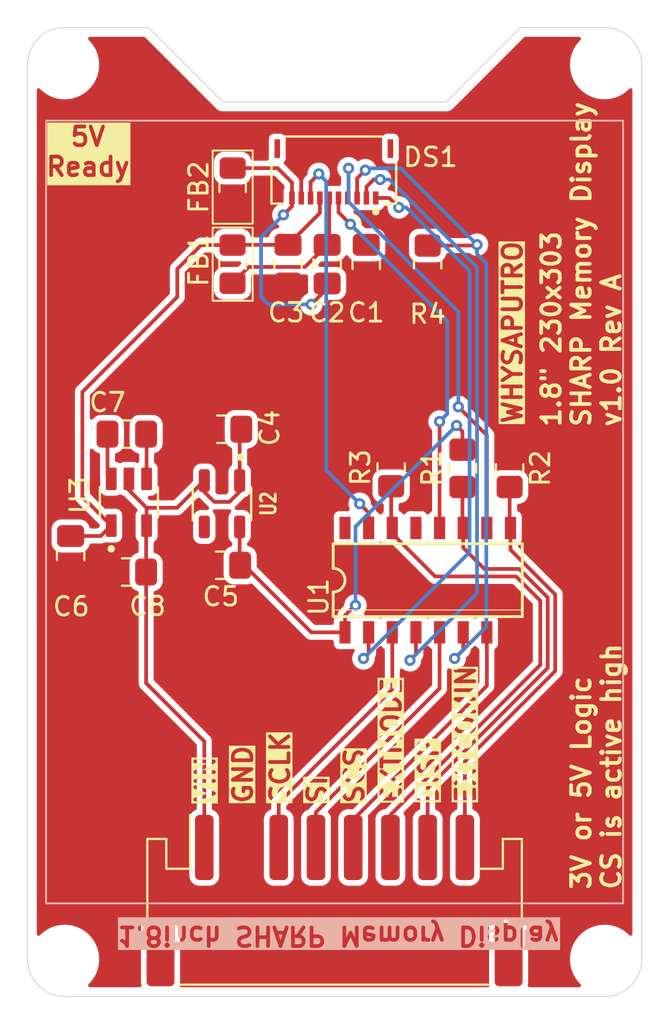
<source format=kicad_pcb>
(kicad_pcb (version 20241229) (generator "pcbnew") (generator_version "9.0")
  (title_block (title "LS018B7DH02 Breakout Board") (date "2025-11-02"))
  (layers (0 "F.Cu" signal) (2 "B.Cu" signal) (13 "F.Paste" user) (15 "B.Paste" user) (5 "F.SilkS" user "F.Silkscreen") (7 "B.SilkS" user "B.Silkscreen") (1 "F.Mask" user) (3 "B.Mask" user) (25 "Edge.Cuts" user))
  (net 0 "")
  (net 1 "/SCS_5V")
  (net 2 "/EXTCOMIN_5V")
  (net 3 "/DISP_5V")
  (net 4 "+3.3V")
  (net 5 "GND")
  (net 6 "/SCLK_5V")
  (net 8 "/SI_5V")
  (net 9 "/EXTMODE_5V")
  (net 10 "/EXTCOMIN")
  (net 12 "/SCLK")
  (net 13 "/DISP")
  (net 14 "/EXTMODE")
  (net 15 "/SI")
  (net 16 "/SCS")
  (net 17 "VDDA")
  (net 18 "VSSA")
  (net 19 "+5V")
  (net 21 "VIN")
  (net 22 "Net-(U3-C-)")
  (net 23 "Net-(U3-C+)")
  (footprint "Capacitor_SMD:C_0805_2012Metric_Pad1.18x1.45mm_HandSolder" (layer "F.Cu") (at 146.549756 105.743758 -90)
    (property "Reference" "C1" (at 2.6 0 0) (layer "F.SilkS"))
    (property "Value" "0.1uF" (hide yes))
    (fp_line (start -0.261252 0.735) (end 0.261252 0.735) (stroke (width 0.12)) (layer "F.SilkS"))
    (fp_line (start -0.261252 -0.735) (end 0.261252 -0.735) (stroke (width 0.12)) (layer "F.SilkS"))
    (pad "1" smd roundrect (at -1.0375 0 270) (size 1.175 1.45) (layers "F.Cu" "F.Mask" "F.Paste") (roundrect_rratio 0.212766) (net 13 "/DISP"))
    (pad "2" smd roundrect (at 1.0375 0 270) (size 1.175 1.45) (layers "F.Cu" "F.Mask" "F.Paste") (roundrect_rratio 0.212766) (net 5 "GND"))
  )
  (footprint "Capacitor_SMD:C_0805_2012Metric_Pad1.18x1.45mm_HandSolder" (layer "F.Cu") (at 133.6875 114.8625)
    (property "Reference" "C7" (at -1.0375 -1.7 0) (layer "F.SilkS"))
    (property "Value" "1uF" (hide yes))
    (fp_line (start -0.261252 -0.735) (end 0.261252 -0.735) (stroke (width 0.12)) (layer "F.SilkS"))
    (fp_line (start -0.261252 0.735) (end 0.261252 0.735) (stroke (width 0.12)) (layer "F.SilkS"))
    (pad "1" smd roundrect (at -1.0375 0) (size 1.175 1.45) (layers "F.Cu" "F.Mask" "F.Paste") (roundrect_rratio 0.212766) (net 23 "Net-(U3-C+)"))
    (pad "2" smd roundrect (at 1.0375 0) (size 1.175 1.45) (layers "F.Cu" "F.Mask" "F.Paste") (roundrect_rratio 0.212766) (net 22 "Net-(U3-C-)"))
  )
  (footprint "Toshiba:SO16" (layer "F.Cu") (at 149.855 122.7)
    (property "Reference" "U1" (at -5.855 0.9 270) (layer "F.SilkS") (effects (font (size 1.000268 1.000268))))
    (property "Value" "74HC4050D" (hide yes))
    (fp_line (start -5.08 -0.635) (end -5.08 -1.9558) (stroke (width 0.1524)) (layer "F.SilkS"))
    (fp_line (start -5.08 1.6002) (end 5.08 1.6002) (stroke (width 0.0508)) (layer "F.SilkS"))
    (fp_line (start -5.08 1.9558) (end -5.08 0.635) (stroke (width 0.1524)) (layer "F.SilkS"))
    (fp_line (start -5.08 1.9558) (end 5.08 1.9558) (stroke (width 0.1524)) (layer "F.SilkS"))
    (fp_line (start 5.08 -1.9558) (end -5.08 -1.9558) (stroke (width 0.1524)) (layer "F.SilkS"))
    (fp_line (start 5.08 1.9558) (end 5.08 -1.9558) (stroke (width 0.1524)) (layer "F.SilkS"))
    (fp_arc (start -5.08 -0.635) (mid -4.445 0) (end -5.08 0.635) (stroke (width 0.1524)) (layer "F.SilkS"))
    (pad "1" smd rect (at -4.445 2.8) (size 0.6 1.2) (layers "F.Cu" "F.Mask" "F.Paste") (net 4 "+3.3V"))
    (pad "2" smd rect (at -3.175 2.8) (size 0.6 1.2) (layers "F.Cu" "F.Mask" "F.Paste") (net 12 "/SCLK"))
    (pad "3" smd rect (at -1.905 2.8) (size 0.6 1.2) (layers "F.Cu" "F.Mask" "F.Paste") (net 6 "/SCLK_5V"))
    (pad "4" smd rect (at -0.635 2.8) (size 0.6 1.2) (layers "F.Cu" "F.Mask" "F.Paste") (net 15 "/SI"))
    (pad "5" smd rect (at 0.635 2.8) (size 0.6 1.2) (layers "F.Cu" "F.Mask" "F.Paste") (net 8 "/SI_5V"))
    (pad "6" smd rect (at 1.905 2.8) (size 0.6 1.2) (layers "F.Cu" "F.Mask" "F.Paste") (net 16 "/SCS"))
    (pad "7" smd rect (at 3.175 2.8) (size 0.6 1.2) (layers "F.Cu" "F.Mask" "F.Paste") (net 1 "/SCS_5V"))
    (pad "8" smd rect (at 4.445 2.8) (size 0.6 1.2) (layers "F.Cu" "F.Mask" "F.Paste") (net 5 "GND"))
    (pad "9" smd rect (at 4.445 -2.8) (size 0.6 1.2) (layers "F.Cu" "F.Mask" "F.Paste") (net 2 "/EXTCOMIN_5V"))
    (pad "10" smd rect (at 3.175 -2.8) (size 0.6 1.2) (layers "F.Cu" "F.Mask" "F.Paste") (net 10 "/EXTCOMIN"))
    (pad "11" smd rect (at 1.905 -2.8) (size 0.6 1.2) (layers "F.Cu" "F.Mask" "F.Paste") (net 3 "/DISP_5V"))
    (pad "12" smd rect (at 0.635 -2.8) (size 0.6 1.2) (layers "F.Cu" "F.Mask" "F.Paste") (net 13 "/DISP"))
    (pad "13" smd rect (at -0.635 -2.8) (size 0.6 1.2) (layers "F.Cu" "F.Mask" "F.Paste"))
    (pad "14" smd rect (at -1.905 -2.8) (size 0.6 1.2) (layers "F.Cu" "F.Mask" "F.Paste") (net 9 "/EXTMODE_5V"))
    (pad "15" smd rect (at -3.175 -2.8) (size 0.6 1.2) (layers "F.Cu" "F.Mask" "F.Paste") (net 14 "/EXTMODE"))
    (pad "16" smd rect (at -4.445 -2.8) (size 0.6 1.2) (layers "F.Cu" "F.Mask" "F.Paste"))
  )
  (footprint "Connector_JST:JST_PH_S8B-PH-SM4-TB_1x08-1MP_P2.00mm_Horizontal" (layer "F.Cu") (at 144.849756 139.893758)
    (property "Reference" "J1" (hide yes))
    (property "Value" "Conn_01x08" (hide yes))
    (fp_line (start -10.06 -3.31) (end -9.04 -3.31) (stroke (width 0.12)) (layer "F.SilkS"))
    (fp_line (start -10.06 0.94) (end -10.06 -3.31) (stroke (width 0.12)) (layer "F.SilkS"))
    (fp_line (start -9.04 -3.31) (end -9.04 -1.71) (stroke (width 0.12)) (layer "F.SilkS"))
    (fp_line (start -9.04 -1.71) (end -7.76 -1.71) (stroke (width 0.12)) (layer "F.SilkS"))
    (fp_line (start -8.34 4.51) (end 8.34 4.51) (stroke (width 0.12)) (layer "F.SilkS"))
    (fp_line (start -7.76 -1.71) (end -7.76 -4.6) (stroke (width 0.12)) (layer "F.SilkS"))
    (fp_line (start 9.04 -3.31) (end 9.04 -1.71) (stroke (width 0.12)) (layer "F.SilkS"))
    (fp_line (start 9.04 -1.71) (end 7.76 -1.71) (stroke (width 0.12)) (layer "F.SilkS"))
    (fp_line (start 10.06 -3.31) (end 9.04 -3.31) (stroke (width 0.12)) (layer "F.SilkS"))
    (fp_line (start 10.06 0.94) (end 10.06 -3.31) (stroke (width 0.12)) (layer "F.SilkS"))
    (pad "1" smd roundrect (at -7 -2.85) (size 1 3.5) (layers "F.Cu" "F.Mask" "F.Paste") (net 21 "VIN"))
    (pad "2" smd roundrect (at -5 -2.85) (size 1 3.5) (layers "F.Cu" "F.Mask" "F.Paste") (net 5 "GND"))
    (pad "3" smd roundrect (at -3 -2.85) (size 1 3.5) (layers "F.Cu" "F.Mask" "F.Paste") (net 6 "/SCLK_5V"))
    (pad "4" smd roundrect (at -1 -2.85) (size 1 3.5) (layers "F.Cu" "F.Mask" "F.Paste") (net 8 "/SI_5V"))
    (pad "5" smd roundrect (at 1 -2.85) (size 1 3.5) (layers "F.Cu" "F.Mask" "F.Paste") (net 1 "/SCS_5V"))
    (pad "6" smd roundrect (at 3 -2.85) (size 1 3.5) (layers "F.Cu" "F.Mask" "F.Paste") (net 9 "/EXTMODE_5V"))
    (pad "7" smd roundrect (at 5 -2.85) (size 1 3.5) (layers "F.Cu" "F.Mask" "F.Paste") (net 3 "/DISP_5V"))
    (pad "8" smd roundrect (at 7 -2.85) (size 1 3.5) (layers "F.Cu" "F.Mask" "F.Paste") (net 2 "/EXTCOMIN_5V"))
    (pad "MP" smd roundrect (at -9.35 2.9) (size 1.5 3.4) (layers "F.Cu" "F.Mask" "F.Paste") (roundrect_rratio 0.166667))
    (pad "MP" smd roundrect (at 9.35 2.9) (size 1.5 3.4) (layers "F.Cu" "F.Mask" "F.Paste") (roundrect_rratio 0.166667))
  )
  (footprint "Inductor_SMD:L_0805_2012Metric_Pad1.15x1.40mm_HandSolder" (layer "F.Cu") (at 139.372809 101.615063 90)
    (property "Reference" "FB2" (at 0 -1.823053 90) (layer "F.SilkS"))
    (property "Value" "FerriteBead_Small" (hide yes))
    (fp_line (start -0.261252 -0.71) (end 0.261252 -0.71) (stroke (width 0.12)) (layer "F.SilkS"))
    (fp_line (start -0.261252 0.71) (end 0.261252 0.71) (stroke (width 0.12)) (layer "F.SilkS"))
    (pad "1" smd roundrect (at -1.025 0 90) (size 1.15 1.4) (layers "F.Cu" "F.Mask" "F.Paste") (roundrect_rratio 0.217391) (net 5 "GND"))
    (pad "2" smd roundrect (at 1.025 0 90) (size 1.15 1.4) (layers "F.Cu" "F.Mask" "F.Paste") (roundrect_rratio 0.217391) (net 18 "VSSA"))
  )
  (footprint "MountingHole:MountingHole_3.2mm_M3" (layer "F.Cu") (at 130.349756 95.043758)
    (property "Reference" "H2" (hide yes))
    (property "Value" "MountingHole" (hide yes))
    (pad "" np_thru_hole circle (at 0 0) (size 3.2 3.2) (drill 3.2) (layers "*.Cu" "*.Mask"))
  )
  (footprint "Capacitor_SMD:C_0805_2012Metric_Pad1.18x1.45mm_HandSolder" (layer "F.Cu") (at 138.7375 121.9 180)
    (property "Reference" "C5" (at 0 -1.68 0) (layer "F.SilkS"))
    (property "Value" "10uF" (hide yes))
    (fp_line (start -0.261252 0.735) (end 0.261252 0.735) (stroke (width 0.12)) (layer "F.SilkS"))
    (fp_line (start -0.261252 -0.735) (end 0.261252 -0.735) (stroke (width 0.12)) (layer "F.SilkS"))
    (pad "1" smd roundrect (at -1.0375 0 180) (size 1.175 1.45) (layers "F.Cu" "F.Mask" "F.Paste") (roundrect_rratio 0.212766) (net 4 "+3.3V"))
    (pad "2" smd roundrect (at 1.0375 0 180) (size 1.175 1.45) (layers "F.Cu" "F.Mask" "F.Paste") (roundrect_rratio 0.212766) (net 5 "GND"))
  )
  (footprint "MountingHole:MountingHole_3.2mm_M3" (layer "F.Cu") (at 130.349756 143.043758)
    (property "Reference" "H3" (hide yes))
    (property "Value" "MountingHole" (hide yes))
    (pad "" np_thru_hole circle (at 0 0) (size 3.2 3.2) (drill 3.2) (layers "*.Cu" "*.Mask"))
  )
  (footprint "Capacitor_SMD:C_0805_2012Metric_Pad1.18x1.45mm_HandSolder" (layer "F.Cu") (at 133.6875 122.2625 180)
    (property "Reference" "C8" (at -1.1125 -1.8375 0) (layer "F.SilkS"))
    (property "Value" "10uF" (hide yes))
    (fp_line (start -0.261252 0.735) (end 0.261252 0.735) (stroke (width 0.12)) (layer "F.SilkS"))
    (fp_line (start -0.261252 -0.735) (end 0.261252 -0.735) (stroke (width 0.12)) (layer "F.SilkS"))
    (pad "1" smd roundrect (at -1.0375 0 180) (size 1.175 1.45) (layers "F.Cu" "F.Mask" "F.Paste") (roundrect_rratio 0.212766) (net 21 "VIN"))
    (pad "2" smd roundrect (at 1.0375 0 180) (size 1.175 1.45) (layers "F.Cu" "F.Mask" "F.Paste") (roundrect_rratio 0.212766) (net 5 "GND"))
  )
  (footprint "MountingHole:MountingHole_3.2mm_M3" (layer "F.Cu") (at 159.349756 143.043758)
    (property "Reference" "H4" (hide yes))
    (property "Value" "MountingHole" (hide yes))
    (pad "" np_thru_hole circle (at 0 0) (size 3.2 3.2) (drill 3.2) (layers "*.Cu" "*.Mask"))
  )
  (footprint "Resistor_SMD:R_0805_2012Metric_Pad1.20x1.40mm_HandSolder" (layer "F.Cu") (at 149.849756 105.743758 -90)
    (property "Reference" "R4" (at 2.6778 -0.0031 180) (layer "F.SilkS"))
    (property "Value" "100K" (hide yes))
    (fp_line (start -0.227064 0.735) (end 0.227064 0.735) (stroke (width 0.12)) (layer "F.SilkS"))
    (fp_line (start -0.227064 -0.735) (end 0.227064 -0.735) (stroke (width 0.12)) (layer "F.SilkS"))
    (pad "1" smd roundrect (at -1 0 270) (size 1.2 1.4) (layers "F.Cu" "F.Mask" "F.Paste") (roundrect_rratio 0.208333) (net 16 "/SCS"))
    (pad "2" smd roundrect (at 1 0 270) (size 1.2 1.4) (layers "F.Cu" "F.Mask" "F.Paste") (roundrect_rratio 0.208333) (net 5 "GND"))
  )
  (footprint "Diodes:SOT95P280X145-6N" (layer "F.Cu") (at 133.8 118.5175 90)
    (property "Reference" "U3" (at 0.375 -2.635 90) (layer "F.SilkS"))
    (property "Value" "AP3602AKTR-G1" (hide yes))
    (fp_line (start 0.8 -1.56) (end -0.8 -1.56) (stroke (width 0.127)) (layer "F.SilkS"))
    (fp_line (start -0.8 1.56) (end 0.8 1.56) (stroke (width 0.127)) (layer "F.SilkS"))
    (fp_circle (center -2.5 -0.95) (end -2.4 -0.95) (stroke (width 0.2)) (fill no) (layer "F.SilkS"))
    (pad "1" smd roundrect (at -1.255 -0.95 90) (size 1.21 0.58) (layers "F.Cu" "F.Mask" "F.Paste") (roundrect_rratio 0.125) (net 19 "+5V"))
    (pad "2" smd roundrect (at -1.255 0 90) (size 1.21 0.58) (layers "F.Cu" "F.Mask" "F.Paste") (roundrect_rratio 0.125) (net 5 "GND"))
    (pad "3" smd roundrect (at -1.255 0.95 90) (size 1.21 0.58) (layers "F.Cu" "F.Mask" "F.Paste") (roundrect_rratio 0.125) (net 21 "VIN"))
    (pad "4" smd roundrect (at 1.255 0.95 90) (size 1.21 0.58) (layers "F.Cu" "F.Mask" "F.Paste") (roundrect_rratio 0.125) (net 22 "Net-(U3-C-)"))
    (pad "5" smd roundrect (at 1.255 0 90) (size 1.21 0.58) (layers "F.Cu" "F.Mask" "F.Paste") (roundrect_rratio 0.125) (net 21 "VIN"))
    (pad "6" smd roundrect (at 1.255 -0.95 90) (size 1.21 0.58) (layers "F.Cu" "F.Mask" "F.Paste") (roundrect_rratio 0.125) (net 23 "Net-(U3-C+)"))
  )
  (footprint "Capacitor_SMD:C_0805_2012Metric_Pad1.18x1.45mm_HandSolder" (layer "F.Cu") (at 144.449756 105.743758 -90)
    (property "Reference" "C2" (at 2.6 0 180) (layer "F.SilkS"))
    (property "Value" "1uF" (hide yes))
    (fp_line (start -0.261252 0.735) (end 0.261252 0.735) (stroke (width 0.12)) (layer "F.SilkS"))
    (fp_line (start -0.261252 -0.735) (end 0.261252 -0.735) (stroke (width 0.12)) (layer "F.SilkS"))
    (pad "1" smd roundrect (at -1.0375 0 270) (size 1.175 1.45) (layers "F.Cu" "F.Mask" "F.Paste") (roundrect_rratio 0.212766) (net 17 "VDDA"))
    (pad "2" smd roundrect (at 1.0375 0 270) (size 1.175 1.45) (layers "F.Cu" "F.Mask" "F.Paste") (roundrect_rratio 0.212766) (net 18 "VSSA"))
  )
  (footprint "Capacitor_SMD:C_0805_2012Metric_Pad1.18x1.45mm_HandSolder" (layer "F.Cu") (at 142.349756 105.743758 -90)
    (property "Reference" "C3" (at 2.6 0.1 0) (layer "F.SilkS"))
    (property "Value" "1uF" (hide yes))
    (fp_line (start -0.261252 0.735) (end 0.261252 0.735) (stroke (width 0.12)) (layer "F.SilkS"))
    (fp_line (start -0.261252 -0.735) (end 0.261252 -0.735) (stroke (width 0.12)) (layer "F.SilkS"))
    (pad "1" smd roundrect (at -1.0375 0 270) (size 1.175 1.45) (layers "F.Cu" "F.Mask" "F.Paste") (roundrect_rratio 0.212766) (net 19 "+5V"))
    (pad "2" smd roundrect (at 1.0375 0 270) (size 1.175 1.45) (layers "F.Cu" "F.Mask" "F.Paste") (roundrect_rratio 0.212766) (net 5 "GND"))
  )
  (footprint "Capacitor_SMD:C_0805_2012Metric_Pad1.18x1.45mm_HandSolder" (layer "F.Cu") (at 138.8 114.6 180)
    (property "Reference" "C4" (at -2.562744 0.071258 90) (layer "F.SilkS"))
    (property "Value" "10uF" (hide yes))
    (fp_line (start -0.261252 0.735) (end 0.261252 0.735) (stroke (width 0.12)) (layer "F.SilkS"))
    (fp_line (start -0.261252 -0.735) (end 0.261252 -0.735) (stroke (width 0.12)) (layer "F.SilkS"))
    (pad "1" smd roundrect (at -1.0375 0 180) (size 1.175 1.45) (layers "F.Cu" "F.Mask" "F.Paste") (roundrect_rratio 0.212766) (net 21 "VIN"))
    (pad "2" smd roundrect (at 1.0375 0 180) (size 1.175 1.45) (layers "F.Cu" "F.Mask" "F.Paste") (roundrect_rratio 0.212766) (net 5 "GND"))
  )
  (footprint "Capacitor_SMD:C_0805_2012Metric_Pad1.18x1.45mm_HandSolder" (layer "F.Cu") (at 130.668514 121.368146 -90)
    (property "Reference" "C6" (at 2.749354 -0.031486 180) (layer "F.SilkS"))
    (property "Value" "10uF" (hide yes))
    (fp_line (start -0.261252 0.735) (end 0.261252 0.735) (stroke (width 0.12)) (layer "F.SilkS"))
    (fp_line (start -0.261252 -0.735) (end 0.261252 -0.735) (stroke (width 0.12)) (layer "F.SilkS"))
    (pad "1" smd roundrect (at -1.0375 0 270) (size 1.175 1.45) (layers "F.Cu" "F.Mask" "F.Paste") (roundrect_rratio 0.212766) (net 19 "+5V"))
    (pad "2" smd roundrect (at 1.0375 0 270) (size 1.175 1.45) (layers "F.Cu" "F.Mask" "F.Paste") (roundrect_rratio 0.212766) (net 5 "GND"))
  )
  (footprint "Resistor_SMD:R_0805_2012Metric_Pad1.20x1.40mm_HandSolder" (layer "F.Cu") (at 154.255 116.7 -90)
    (property "Reference" "R2" (at 0 -1.65 90) (layer "F.SilkS"))
    (property "Value" "10K" (hide yes))
    (fp_line (start -0.227064 0.735) (end 0.227064 0.735) (stroke (width 0.12)) (layer "F.SilkS"))
    (fp_line (start -0.227064 -0.735) (end 0.227064 -0.735) (stroke (width 0.12)) (layer "F.SilkS"))
    (pad "1" smd roundrect (at -1 0 270) (size 1.2 1.4) (layers "F.Cu" "F.Mask" "F.Paste") (roundrect_rratio 0.208333) (net 5 "GND"))
    (pad "2" smd roundrect (at 1 0 270) (size 1.2 1.4) (layers "F.Cu" "F.Mask" "F.Paste") (roundrect_rratio 0.208333) (net 2 "/EXTCOMIN_5V"))
  )
  (footprint "MountingHole:MountingHole_3.2mm_M3" (layer "F.Cu") (at 159.349756 95.043758)
    (property "Reference" "H1" (hide yes))
    (property "Value" "MountingHole" (hide yes))
    (pad "" np_thru_hole circle (at 0 0) (size 3.2 3.2) (drill 3.2) (layers "*.Cu" "*.Mask"))
  )
  (footprint "Resistor_SMD:R_0805_2012Metric_Pad1.20x1.40mm_HandSolder" (layer "F.Cu") (at 147.8897 116.6598 90)
    (property "Reference" "R3" (at 0 -1.65 90) (layer "F.SilkS"))
    (property "Value" "10K" (hide yes))
    (fp_line (start -0.227064 -0.735) (end 0.227064 -0.735) (stroke (width 0.12)) (layer "F.SilkS"))
    (fp_line (start -0.227064 0.735) (end 0.227064 0.735) (stroke (width 0.12)) (layer "F.SilkS"))
    (pad "1" smd roundrect (at -1 0 90) (size 1.2 1.4) (layers "F.Cu" "F.Mask" "F.Paste") (roundrect_rratio 0.208333) (net 9 "/EXTMODE_5V"))
    (pad "2" smd roundrect (at 1 0 90) (size 1.2 1.4) (layers "F.Cu" "F.Mask" "F.Paste") (roundrect_rratio 0.208333) (net 5 "GND"))
  )
  (footprint "Microchip:SOT95P280X145-5N" (layer "F.Cu") (at 138.8 118.6 -90)
    (property "Reference" "U2" (at 0 -2.5 90) (layer "F.SilkS") (effects (font (size 0.8 0.64))))
    (property "Value" "MCP1824T-3302E_OT" (hide yes))
    (fp_line (start -0.88 1.57) (end 0.88 1.57) (stroke (width 0.127)) (layer "F.SilkS"))
    (fp_line (start -0.88 -1.57) (end 0.88 -1.57) (stroke (width 0.127)) (layer "F.SilkS"))
    (fp_circle (center -2.5 -1) (end -2.4 -1) (stroke (width 0.2)) (fill no) (layer "F.SilkS"))
    (pad "1" smd roundrect (at -1.245 -0.95 270) (size 1.22 0.6) (layers "F.Cu" "F.Mask" "F.Paste") (net 21 "VIN"))
    (pad "2" smd roundrect (at -1.245 0 270) (size 1.22 0.6) (layers "F.Cu" "F.Mask" "F.Paste") (net 5 "GND"))
    (pad "3" smd roundrect (at -1.245 0.95 270) (size 1.22 0.6) (layers "F.Cu" "F.Mask" "F.Paste") (net 21 "VIN"))
    (pad "4" smd roundrect (at 1.245 0.95 270) (size 1.22 0.6) (layers "F.Cu" "F.Mask" "F.Paste"))
    (pad "5" smd roundrect (at 1.245 -0.95 270) (size 1.22 0.6) (layers "F.Cu" "F.Mask" "F.Paste") (net 4 "+3.3V"))
  )
  (footprint "Inductor_SMD:L_0805_2012Metric_Pad1.15x1.40mm_HandSolder" (layer "F.Cu") (at 139.366775 105.743775 -90)
    (property "Reference" "FB1" (at -0.200017 1.817019 90) (layer "F.SilkS"))
    (property "Value" "FerriteBead_Small" (hide yes))
    (fp_line (start -0.261252 0.71) (end 0.261252 0.71) (stroke (width 0.12)) (layer "F.SilkS"))
    (fp_line (start -0.261252 -0.71) (end 0.261252 -0.71) (stroke (width 0.12)) (layer "F.SilkS"))
    (pad "1" smd roundrect (at -1.025 0 270) (size 1.15 1.4) (layers "F.Cu" "F.Mask" "F.Paste") (roundrect_rratio 0.217391) (net 19 "+5V"))
    (pad "2" smd roundrect (at 1.025 0 270) (size 1.15 1.4) (layers "F.Cu" "F.Mask" "F.Paste") (roundrect_rratio 0.217391) (net 17 "VDDA"))
  )
  (footprint "Resistor_SMD:R_0805_2012Metric_Pad1.20x1.40mm_HandSolder" (layer "F.Cu") (at 151.7177 116.7 90)
    (property "Reference" "R1" (at 0 -1.65 90) (layer "F.SilkS"))
    (property "Value" "10K" (hide yes))
    (fp_line (start -0.227064 -0.735) (end 0.227064 -0.735) (stroke (width 0.12)) (layer "F.SilkS"))
    (fp_line (start -0.227064 0.735) (end 0.227064 0.735) (stroke (width 0.12)) (layer "F.SilkS"))
    (pad "1" smd roundrect (at -1 0 90) (size 1.2 1.4) (layers "F.Cu" "F.Mask" "F.Paste") (roundrect_rratio 0.208333) (net 3 "/DISP_5V"))
    (pad "2" smd roundrect (at 1 0 90) (size 1.2 1.4) (layers "F.Cu" "F.Mask" "F.Paste") (roundrect_rratio 0.208333) (net 4 "+3.3V"))
  )
  (footprint "Molex:MOLEX_5034801000" (layer "F.Cu") (at 144.809756 102.193758 180)
    (property "Reference" "DS1" (at -5.190244 2.193758 180) (layer "F.SilkS"))
    (property "Value" "LS018B7DH02" (hide yes))
    (fp_line (start 3.35 -0.3) (end 3.35 1.9) (stroke (width 0.127)) (layer "F.SilkS"))
    (fp_line (start 2.7 -0.3) (end 3.35 -0.3) (stroke (width 0.127)) (layer "F.SilkS"))
    (fp_line (start -2.6 3.3) (end 2.6 3.3) (stroke (width 0.127)) (layer "F.SilkS"))
    (fp_line (start -2.7 -0.3) (end -3.35 -0.3) (stroke (width 0.127)) (layer "F.SilkS"))
    (fp_line (start -3.35 -0.3) (end -3.35 1.9) (stroke (width 0.127)) (layer "F.SilkS"))
    (fp_circle (center -2.255 -0.735) (end -2.155 -0.735) (stroke (width 0.2)) (fill no) (layer "F.SilkS"))
    (pad "1" smd rect (at -2.25 0 180) (size 0.3 0.7) (layers "F.Cu" "F.Mask" "F.Paste") (net 12 "/SCLK"))
    (pad "2" smd rect (at -1.75 0 180) (size 0.3 0.7) (layers "F.Cu" "F.Mask" "F.Paste") (net 15 "/SI"))
    (pad "3" smd rect (at -1.25 0 180) (size 0.3 0.7) (layers "F.Cu" "F.Mask" "F.Paste") (net 16 "/SCS"))
    (pad "4" smd rect (at -0.75 0 180) (size 0.3 0.7) (layers "F.Cu" "F.Mask" "F.Paste") (net 10 "/EXTCOMIN"))
    (pad "5" smd rect (at -0.25 0 180) (size 0.3 0.7) (layers "F.Cu" "F.Mask" "F.Paste") (net 13 "/DISP"))
    (pad "6" smd rect (at 0.25 0 180) (size 0.3 0.7) (layers "F.Cu" "F.Mask" "F.Paste") (net 17 "VDDA"))
    (pad "7" smd rect (at 0.75 0 180) (size 0.3 0.7) (layers "F.Cu" "F.Mask" "F.Paste") (net 19 "+5V"))
    (pad "8" smd rect (at 1.25 0 180) (size 0.3 0.7) (layers "F.Cu" "F.Mask" "F.Paste") (net 14 "/EXTMODE"))
    (pad "9" smd rect (at 1.75 0 180) (size 0.3 0.7) (layers "F.Cu" "F.Mask" "F.Paste") (net 5 "GND"))
    (pad "10" smd rect (at 2.25 0 180) (size 0.3 0.7) (layers "F.Cu" "F.Mask" "F.Paste") (net 18 "VSSA"))
    (pad "S1" smd rect (at -3.04 2.65 180) (size 0.3 1) (layers "F.Cu" "F.Mask" "F.Paste"))
    (pad "S2" smd rect (at 3.04 2.65 180) (size 0.3 1) (layers "F.Cu" "F.Mask" "F.Paste"))
  )
  (gr_rect (start 138.300065 103.778539) (end 140.449756 107.708976) (stroke (width 0.1)) (fill no) (layer "F.SilkS"))
  (gr_rect (start 138.300065 99.643758) (end 140.449756 103.574195) (stroke (width 0.1)) (fill no) (layer "F.SilkS"))
  (gr_rect (start 129.349756 98.043758) (end 160.349756 140.043758) (stroke (width 0.1)) (fill no) (layer "B.SilkS"))
  (gr_arc (start 128.349756 95.043758) (mid 128.935555 93.629556) (end 130.349756 93.043758) (stroke (width 0.05)) (layer "Edge.Cuts"))
  (gr_line (start 138.849756 97.043758) (end 150.849756 97.043758) (stroke (width 0.05)) (layer "Edge.Cuts"))
  (gr_line (start 130.349756 145.043758) (end 159.349756 145.043758) (stroke (width 0.05)) (layer "Edge.Cuts"))
  (gr_line (start 156.849756 93.043758) (end 154.849756 93.043758) (stroke (width 0.05)) (layer "Edge.Cuts"))
  (gr_arc (start 159.349756 93.043758) (mid 160.76397 93.629544) (end 161.349756 95.043758) (stroke (width 0.05)) (layer "Edge.Cuts"))
  (gr_arc (start 130.349756 145.043758) (mid 128.935542 144.457972) (end 128.349756 143.043758) (stroke (width 0.05)) (layer "Edge.Cuts"))
  (gr_arc (start 161.349756 143.043758) (mid 160.763982 144.457983) (end 159.349756 145.043758) (stroke (width 0.05)) (layer "Edge.Cuts"))
  (gr_line (start 159.349756 93.043758) (end 156.849756 93.043758) (stroke (width 0.05)) (layer "Edge.Cuts"))
  (gr_line (start 128.349756 95.043758) (end 128.349756 143.043758) (stroke (width 0.05)) (layer "Edge.Cuts"))
  (gr_line (start 134.849756 93.043758) (end 138.849756 97.043758) (stroke (width 0.05)) (layer "Edge.Cuts"))
  (gr_line (start 154.849756 93.043758) (end 150.849756 97.043758) (stroke (width 0.05)) (layer "Edge.Cuts"))
  (gr_line (start 161.349756 95.043758) (end 161.349756 143.043758) (stroke (width 0.05)) (layer "Edge.Cuts"))
  (gr_line (start 130.349756 93.043758) (end 132.849756 93.043758) (stroke (width 0.05)) (layer "Edge.Cuts"))
  (gr_line (start 132.849756 93.043758) (end 134.849756 93.043758) (stroke (width 0.05)) (layer "Edge.Cuts"))
  (gr_text "1.8{dblquote} 230x303\nSHARP Memory Display \nv1.0 Rev A" (at 160.3 114.568254 90) (layer "F.SilkS") (effects (font (size 1 1) (thickness 0.2) (bold yes)) (justify left bottom)))
  (gr_text "WHYSAPUTRO" (at 155 109.4 90) (layer "F.SilkS" knockout) (effects (font (size 1 1) (thickness 0.2) (bold yes)) (justify bottom)))
  (gr_text "5V\nReady" (at 131.6 101.1 0) (layer "F.SilkS" knockout) (effects (font (size 1 1) (thickness 0.2) (bold yes)) (justify bottom)))
  (gr_text "EXTCOMIN" (at 152.482676 134.780651 90) (layer "F.SilkS" knockout) (effects (font (size 1 1) (thickness 0.2) (bold yes)) (justify left bottom)))
  (gr_text "3V or 5V Logic\nCS is active high" (at 160.3 139.4 90) (layer "F.SilkS") (effects (font (size 1 1) (thickness 0.2) (bold yes)) (justify left bottom)))
  (gr_text "DISP" (at 150.4881 134.780651 90) (layer "F.SilkS" knockout) (effects (font (size 1 1) (thickness 0.2) (bold yes)) (justify left bottom)))
  (gr_text "GND" (at 140.51522 134.780651 90) (layer "F.SilkS" knockout) (effects (font (size 1 1) (thickness 0.2) (bold yes)) (justify left bottom)))
  (gr_text "VIN" (at 138.5 134.7 90) (layer "F.SilkS" knockout) (effects (font (size 1 1) (thickness 0.2) (bold yes)) (justify left bottom)))
  (gr_text "SCLK" (at 142.509796 134.780651 90) (layer "F.SilkS" knockout) (effects (font (size 1 1) (thickness 0.2) (bold yes)) (justify left bottom)))
  (gr_text "EXTMODE" (at 148.5 134.8 90) (layer "F.SilkS" knockout) (effects (font (size 1 1) (thickness 0.2) (bold yes)) (justify left bottom)))
  (gr_text "SCS" (at 146.498948 134.780651 90) (layer "F.SilkS" knockout) (effects (font (size 1 1) (thickness 0.2) (bold yes)) (justify left bottom)))
  (gr_text "SI" (at 144.504372 134.780651 90) (layer "F.SilkS" knockout) (effects (font (size 1 1) (thickness 0.2) (bold yes)) (justify left bottom)))
  (gr_text "1.8inch SHARP Memory Display" (at 133.1 141.2 180) (layer "B.SilkS" knockout) (effects (font (size 1 1) (thickness 0.2) (bold yes)) (justify left bottom mirror)))
  (segment (start 145.849756 137.043758) (end 145.849756 135.550244) (width 0.2) (layer "F.Cu") (net 1))
  (segment (start 153.03 128.37) (end 153.03 125.5) (width 0.2) (layer "F.Cu") (net 1))
  (segment (start 145.849756 135.550244) (end 153.03 128.37) (width 0.2) (layer "F.Cu") (net 1))
  (segment (start 154.3 121.0658) (end 156.701 123.4668) (width 0.2) (layer "F.Cu") (net 2))
  (segment (start 156.701 123.4668) (end 156.701 127.576714) (width 0.2) (layer "F.Cu") (net 2))
  (segment (start 154.255 117.7) (end 154.255 119.855) (width 0.2) (layer "F.Cu") (net 2))
  (segment (start 151.849756 132.427958) (end 151.849756 137.043758) (width 0.2) (layer "F.Cu") (net 2))
  (segment (start 154.255 119.855) (end 154.3 119.9) (width 0.2) (layer "F.Cu") (net 2))
  (segment (start 156.701 127.576714) (end 151.849756 132.427958) (width 0.2) (layer "F.Cu") (net 2))
  (segment (start 154.3 119.9) (end 154.3 121.0658) (width 0.2) (layer "F.Cu") (net 2))
  (segment (start 151.76 119.9) (end 151.76 120.96) (width 0.2) (layer "F.Cu") (net 3))
  (segment (start 154.7661 122.099) (end 156.301 123.6339) (width 0.2) (layer "F.Cu") (net 3))
  (segment (start 156.301 123.799) (end 156.3 123.8) (width 0.2) (layer "F.Cu") (net 3))
  (segment (start 151.7177 119.8577) (end 151.76 119.9) (width 0.2) (layer "F.Cu") (net 3))
  (segment (start 156.301 123.6339) (end 156.301 123.799) (width 0.2) (layer "F.Cu") (net 3))
  (segment (start 149.849756 133.860858) (end 156.3 127.410614) (width 0.2) (layer "F.Cu") (net 3))
  (segment (start 156.3 127.410614) (end 156.3 123.8) (width 0.2) (layer "F.Cu") (net 3))
  (segment (start 151.7177 117.7) (end 151.7177 119.8577) (width 0.2) (layer "F.Cu") (net 3))
  (segment (start 151.76 120.96) (end 152.899 122.099) (width 0.2) (layer "F.Cu") (net 3))
  (segment (start 149.849756 137.043758) (end 149.849756 133.860858) (width 0.2) (layer "F.Cu") (net 3))
  (segment (start 152.899 122.099) (end 154.7661 122.099) (width 0.2) (layer "F.Cu") (net 3))
  (segment (start 139.75 121.875) (end 139.775 121.9) (width 0.2) (layer "F.Cu") (net 4))
  (segment (start 143.6 125.5) (end 145.41 125.5) (width 0.2) (layer "F.Cu") (net 4))
  (segment (start 139.775 121.9) (end 140 121.9) (width 0.2) (layer "F.Cu") (net 4))
  (segment (start 145.41 124.59) (end 145.9 124.1) (width 0.2) (layer "F.Cu") (net 4))
  (segment (start 140 121.9) (end 143.6 125.5) (width 0.2) (layer "F.Cu") (net 4))
  (segment (start 139.75 119.845) (end 139.75 121.875) (width 0.2) (layer "F.Cu") (net 4))
  (segment (start 151.7177 114.7177) (end 151.5 114.5) (width 0.2) (layer "F.Cu") (net 4))
  (segment (start 151.7177 115.7) (end 151.7177 114.7177) (width 0.2) (layer "F.Cu") (net 4))
  (segment (start 145.41 125.5) (end 145.41 124.59) (width 0.2) (layer "F.Cu") (net 4))
  (via (at 145.974045 124.056538) (size 0.6) (drill 0.3) (layers "F.Cu" "B.Cu") (net 4))
  (via (at 151.4 114.4) (size 0.6) (drill 0.3) (layers "F.Cu" "B.Cu") (net 4))
  (segment (start 151.4 114.4) (end 145.974045 119.825955) (width 0.2) (layer "B.Cu") (net 4))
  (segment (start 145.974045 119.825955) (end 145.974045 124.056538) (width 0.2) (layer "B.Cu") (net 4))
  (segment (start 143.059756 102.193758) (end 143.059756 101.040244) (width 0.2) (layer "F.Cu") (net 5))
  (segment (start 143.059756 101.040244) (end 143.1 101) (width 0.2) (layer "F.Cu") (net 5))
  (segment (start 147.95 128.55) (end 147.95 125.5) (width 0.2) (layer "F.Cu") (net 6))
  (segment (start 141.849756 137.043758) (end 141.849756 134.650244) (width 0.2) (layer "F.Cu") (net 6))
  (segment (start 141.849756 134.650244) (end 147.95 128.55) (width 0.2) (layer "F.Cu") (net 6))
  (segment (start 150.49 128.51) (end 150.49 125.5) (width 0.2) (layer "F.Cu") (net 8))
  (segment (start 143.849756 137.043758) (end 143.849756 135.150244) (width 0.2) (layer "F.Cu") (net 8))
  (segment (start 143.849756 135.150244) (end 150.49 128.51) (width 0.2) (layer "F.Cu") (net 8))
  (segment (start 147.95 120.2) (end 150.25 122.5) (width 0.2) (layer "F.Cu") (net 9))
  (segment (start 147.8897 119.8397) (end 147.95 119.9) (width 0.2) (layer "F.Cu") (net 9))
  (segment (start 154.6 122.5) (end 155.9 123.8) (width 0.2) (layer "F.Cu") (net 9))
  (segment (start 147.8897 117.6598) (end 147.8897 119.8397) (width 0.2) (layer "F.Cu") (net 9))
  (segment (start 147.849756 137.043758) (end 147.849756 135.293758) (width 0.2) (layer "F.Cu") (net 9))
  (segment (start 150.25 122.5) (end 154.6 122.5) (width 0.2) (layer "F.Cu") (net 9))
  (segment (start 147.849756 135.293758) (end 155.9 127.243514) (width 0.2) (layer "F.Cu") (net 9))
  (segment (start 147.95 119.9) (end 147.95 120.2) (width 0.2) (layer "F.Cu") (net 9))
  (segment (start 155.9 127.243514) (end 155.9 123.8) (width 0.2) (layer "F.Cu") (net 9))
  (segment (start 145.6 100.6) (end 145.6 102.153514) (width 0.2) (layer "F.Cu") (net 10))
  (segment (start 151.5 113.4) (end 153.03 114.93) (width 0.2) (layer "F.Cu") (net 10))
  (segment (start 153.03 114.93) (end 153.03 119.9) (width 0.2) (layer "F.Cu") (net 10))
  (segment (start 145.6 102.153514) (end 145.559756 102.193758) (width 0.2) (layer "F.Cu") (net 10))
  (via (at 145.6 100.6) (size 0.6) (drill 0.3) (layers "F.Cu" "B.Cu") (net 10))
  (via (at 151.5 113.4) (size 0.6) (drill 0.3) (layers "F.Cu" "B.Cu") (net 10))
  (segment (start 145.6 102.4) (end 145.6 100.6) (width 0.2) (layer "B.Cu") (net 10))
  (segment (start 148.3 105.1) (end 145.6 102.4) (width 0.2) (layer "B.Cu") (net 10))
  (segment (start 148.3 105.1) (end 151.5 108.3) (width 0.2) (layer "B.Cu") (net 10))
  (segment (start 151.5 108.3) (end 151.5 113.4) (width 0.2) (layer "B.Cu") (net 10))
  (segment (start 146.68 126.62) (end 146.4 126.9) (width 0.2) (layer "F.Cu") (net 12))
  (segment (start 147.793758 102.193758) (end 148.3 102.7) (width 0.2) (layer "F.Cu") (net 12))
  (segment (start 146.68 125.5) (end 146.68 126.62) (width 0.2) (layer "F.Cu") (net 12))
  (segment (start 147.059756 102.193758) (end 147.793758 102.193758) (width 0.2) (layer "F.Cu") (net 12))
  (via (at 146.4 126.9) (size 0.6) (drill 0.3) (layers "F.Cu" "B.Cu") (net 12))
  (via (at 148.3 102.7) (size 0.6) (drill 0.3) (layers "F.Cu" "B.Cu") (net 12))
  (segment (start 152.101 106.101) (end 149.2 103.2) (width 0.2) (layer "B.Cu") (net 12))
  (segment (start 146.4 126.9) (end 152.101 121.199) (width 0.2) (layer "B.Cu") (net 12))
  (segment (start 149.2 103.2) (end 148.7 102.7) (width 0.2) (layer "B.Cu") (net 12))
  (segment (start 148.7 102.7) (end 148.4 102.7) (width 0.2) (layer "B.Cu") (net 12))
  (segment (start 152.101 121.199) (end 152.101 106.101) (width 0.2) (layer "B.Cu") (net 12))
  (segment (start 145.059756 102.193758) (end 145.059756 102.959756) (width 0.2) (layer "F.Cu") (net 13))
  (segment (start 146.549756 104.706258) (end 146.549756 104.349756) (width 0.2) (layer "F.Cu") (net 13))
  (segment (start 150.49 119.9) (end 150.49 114.19) (width 0.2) (layer "F.Cu") (net 13))
  (segment (start 146.549756 104.706258) (end 146.906258 104.706258) (width 0.2) (layer "F.Cu") (net 13))
  (segment (start 146.549756 104.449756) (end 145.7 103.6) (width 0.2) (layer "F.Cu") (net 13))
  (segment (start 145.059756 102.959756) (end 145.7 103.6) (width 0.2) (layer "F.Cu") (net 13))
  (segment (start 146.549756 104.706258) (end 146.549756 104.449756) (width 0.2) (layer "F.Cu") (net 13))
  (via (at 145.7 103.6) (size 0.6) (drill 0.3) (layers "F.Cu" "B.Cu") (net 13))
  (via (at 150.49 114.19) (size 0.6) (drill 0.3) (layers "F.Cu" "B.Cu") (net 13))
  (segment (start 145.7 103.6) (end 150.9 108.8) (width 0.2) (layer "B.Cu") (net 13))
  (segment (start 150.9 108.8) (end 150.9 113.78) (width 0.2) (layer "B.Cu") (net 13))
  (segment (start 150.9 113.78) (end 150.49 114.19) (width 0.2) (layer "B.Cu") (net 13))
  (segment (start 146.68 119.9) (end 146.68 119.08) (width 0.2) (layer "F.Cu") (net 14))
  (segment (start 143.559756 101.340244) (end 143.559756 102.193758) (width 0.2) (layer "F.Cu") (net 14))
  (segment (start 144 100.9) (end 143.559756 101.340244) (width 0.2) (layer "F.Cu") (net 14))
  (segment (start 146.68 119.08) (end 146.2 118.6) (width 0.2) (layer "F.Cu") (net 14))
  (via (at 146.2 118.6) (size 0.6) (drill 0.3) (layers "F.Cu" "B.Cu") (net 14))
  (via (at 144 100.9) (size 0.6) (drill 0.3) (layers "F.Cu" "B.Cu") (net 14))
  (segment (start 144.4 116.8) (end 146.2 118.6) (width 0.2) (layer "B.Cu") (net 14))
  (segment (start 144 100.9) (end 144.4 101.3) (width 0.2) (layer "B.Cu") (net 14))
  (segment (start 144.4 101.3) (end 144.4 116.8) (width 0.2) (layer "B.Cu") (net 14))
  (segment (start 149.22 125.5) (end 149.22 126.68) (width 0.2) (layer "F.Cu") (net 15))
  (segment (start 149.22 126.68) (end 148.9 127) (width 0.2) (layer "F.Cu") (net 15))
  (segment (start 146.951514 101.2) (end 147.3 101.2) (width 0.2) (layer "F.Cu") (net 15))
  (segment (start 146.559756 101.591758) (end 146.951514 101.2) (width 0.2) (layer "F.Cu") (net 15))
  (segment (start 146.559756 102.193758) (end 146.559756 101.591758) (width 0.2) (layer "F.Cu") (net 15))
  (via (at 148.9 127) (size 0.6) (drill 0.3) (layers "F.Cu" "B.Cu") (net 15))
  (via (at 147.3 101.2) (size 0.6) (drill 0.3) (layers "F.Cu" "B.Cu") (net 15))
  (segment (start 152.2 105.6) (end 147.8 101.2) (width 0.2) (layer "B.Cu") (net 15))
  (segment (start 148.9 127) (end 152.502 123.398) (width 0.2) (layer "B.Cu") (net 15))
  (segment (start 152.502 105.902) (end 152.2 105.6) (width 0.2) (layer "B.Cu") (net 15))
  (segment (start 152.502 123.398) (end 152.502 105.902) (width 0.2) (layer "B.Cu") (net 15))
  (segment (start 147.8 101.2) (end 147.3 101.2) (width 0.2) (layer "B.Cu") (net 15))
  (segment (start 152.5 104.7) (end 152.4 104.7) (width 0.2) (layer "F.Cu") (net 16))
  (segment (start 151.76 125.5) (end 151.76 126.44) (width 0.2) (layer "F.Cu") (net 16))
  (segment (start 152.4 104.7) (end 152.356242 104.743758) (width 0.2) (layer "F.Cu") (net 16))
  (segment (start 152.356242 104.743758) (end 149.849756 104.743758) (width 0.2) (layer "F.Cu") (net 16))
  (segment (start 146.059756 101.140244) (end 146.4 100.8) (width 0.2) (layer "F.Cu") (net 16))
  (segment (start 146.059756 102.193758) (end 146.059756 101.140244) (width 0.2) (layer "F.Cu") (net 16))
  (segment (start 151.76 126.44) (end 151.3 126.9) (width 0.2) (layer "F.Cu") (net 16))
  (via (at 151.3 126.9) (size 0.6) (drill 0.3) (layers "F.Cu" "B.Cu") (net 16))
  (via (at 146.5 100.7) (size 0.6) (drill 0.3) (layers "F.Cu" "B.Cu") (net 16))
  (via (at 152.5 104.7) (size 0.6) (drill 0.3) (layers "F.Cu" "B.Cu") (net 16))
  (segment (start 148.399 100.599) (end 152.5 104.7) (width 0.2) (layer "B.Cu") (net 16))
  (segment (start 153 105.7) (end 152.5 105.2) (width 0.2) (layer "B.Cu") (net 16))
  (segment (start 151.3 126.9) (end 153 125.2) (width 0.2) (layer "B.Cu") (net 16))
  (segment (start 146.601 100.599) (end 148.399 100.599) (width 0.2) (layer "B.Cu") (net 16))
  (segment (start 146.5 100.7) (end 146.601 100.599) (width 0.2) (layer "B.Cu") (net 16))
  (segment (start 152.5 105.2) (end 152.5 104.7) (width 0.2) (layer "B.Cu") (net 16))
  (segment (start 153 125.2) (end 153 105.7) (width 0.2) (layer "B.Cu") (net 16))
  (segment (start 140.242792 105.892758) (end 143.263256 105.892758) (width 0.2) (layer "F.Cu") (net 17))
  (segment (start 144.449756 104.706258) (end 144.559756 104.596258) (width 0.2) (layer "F.Cu") (net 17))
  (segment (start 143.263256 105.892758) (end 144.449756 104.706258) (width 0.2) (layer "F.Cu") (net 17))
  (segment (start 144.559756 104.596258) (end 144.559756 102.193758) (width 0.2) (layer "F.Cu") (net 17))
  (segment (start 139.366775 106.768775) (end 140.242792 105.892758) (width 0.2) (layer "F.Cu") (net 17))
  (segment (start 142.559756 102.193758) (end 142.559756 102.640244) (width 0.2) (layer "F.Cu") (net 18))
  (segment (start 144.449756 106.781258) (end 144.449756 107.050244) (width 0.2) (layer "F.Cu") (net 18))
  (segment (start 142.559756 102.640244) (end 142.1 103.1) (width 0.2) (layer "F.Cu") (net 18))
  (segment (start 141.790063 100.590063) (end 142.559756 101.359756) (width 0.2) (layer "F.Cu") (net 18))
  (segment (start 139.372809 100.590063) (end 141.790063 100.590063) (width 0.2) (layer "F.Cu") (net 18))
  (segment (start 142.559756 101.359756) (end 142.559756 102.193758) (width 0.2) (layer "F.Cu") (net 18))
  (segment (start 144.449756 107.050244) (end 143.6 107.9) (width 0.2) (layer "F.Cu") (net 18))
  (via (at 142.1 103.1) (size 0.6) (drill 0.3) (layers "F.Cu" "B.Cu") (net 18))
  (via (at 143.6 107.9) (size 0.6) (drill 0.3) (layers "F.Cu" "B.Cu") (net 18))
  (segment (start 141.3 107.9) (end 143.6 107.9) (width 0.2) (layer "B.Cu") (net 18))
  (segment (start 142.1 103.1) (end 140.9 104.3) (width 0.2) (layer "B.Cu") (net 18))
  (segment (start 140.9 107.5) (end 141.3 107.9) (width 0.2) (layer "B.Cu") (net 18))
  (segment (start 140.9 104.3) (end 140.9 107.5) (width 0.2) (layer "B.Cu") (net 18))
  (segment (start 139.418775 104.718775) (end 139.431292 104.706258) (width 0.2) (layer "F.Cu") (net 19))
  (segment (start 131.3 118.2225) (end 131.3 112.6) (width 0.2) (layer "F.Cu") (net 19))
  (segment (start 132.85 119.7725) (end 131.3 118.2225) (width 0.2) (layer "F.Cu") (net 19))
  (segment (start 131.3 112.6) (end 136.4 107.5) (width 0.2) (layer "F.Cu") (net 19))
  (segment (start 137.681225 104.718775) (end 139.366775 104.718775) (width 0.2) (layer "F.Cu") (net 19))
  (segment (start 136.4 107.5) (end 136.4 106) (width 0.2) (layer "F.Cu") (net 19))
  (segment (start 139.431292 104.706258) (end 142.349756 104.706258) (width 0.2) (layer "F.Cu") (net 19))
  (segment (start 132.85 119.7725) (end 132.291854 120.330646) (width 0.2) (layer "F.Cu") (net 19))
  (segment (start 139.366775 104.718775) (end 139.418775 104.718775) (width 0.2) (layer "F.Cu") (net 19))
  (segment (start 132.291854 120.330646) (end 130.668514 120.330646) (width 0.2) (layer "F.Cu") (net 19))
  (segment (start 136.4 106) (end 137.681225 104.718775) (width 0.2) (layer "F.Cu") (net 19))
  (segment (start 144.059756 102.996258) (end 142.349756 104.706258) (width 0.2) (layer "F.Cu") (net 19))
  (segment (start 144.059756 102.193758) (end 144.059756 102.996258) (width 0.2) (layer "F.Cu") (net 19))
  (segment (start 134.725 122.2625) (end 134.725 119.7975) (width 0.2) (layer "F.Cu") (net 21))
  (segment (start 137.85 117.964999) (end 138.385001 118.5) (width 0.2) (layer "F.Cu") (net 21))
  (segment (start 133.8 117.867499) (end 134.75 118.817499) (width 0.2) (layer "F.Cu") (net 21))
  (segment (start 134.725 119.7975) (end 134.75 119.7725) (width 0.2) (layer "F.Cu") (net 21))
  (segment (start 133.8 117.2625) (end 133.8 117.867499) (width 0.2) (layer "F.Cu") (net 21))
  (segment (start 139.2 118.5) (end 139.75 117.95) (width 0.2) (layer "F.Cu") (net 21))
  (segment (start 134.725 128.225) (end 137.849756 131.349756) (width 0.2) (layer "F.Cu") (net 21))
  (segment (start 139.75 117.95) (end 139.75 117.355) (width 0.2) (layer "F.Cu") (net 21))
  (segment (start 134.75 118.817499) (end 134.75 119.7725) (width 0.2) (layer "F.Cu") (net 21))
  (segment (start 136.387501 118.817499) (end 137.85 117.355) (width 0.2) (layer "F.Cu") (net 21))
  (segment (start 138.385001 118.5) (end 139.2 118.5) (width 0.2) (layer "F.Cu") (net 21))
  (segment (start 134.75 118.817499) (end 136.387501 118.817499) (width 0.2) (layer "F.Cu") (net 21))
  (segment (start 137.85 117.355) (end 137.85 117.964999) (width 0.2) (layer "F.Cu") (net 21))
  (segment (start 137.849756 131.349756) (end 137.849756 137.043758) (width 0.2) (layer "F.Cu") (net 21))
  (segment (start 134.725 122.2625) (end 134.725 128.225) (width 0.2) (layer "F.Cu") (net 21))
  (segment (start 139.75 114.913514) (end 139.774756 114.888758) (width 0.2) (layer "F.Cu") (net 21))
  (segment (start 139.75 117.355) (end 139.75 114.913514) (width 0.2) (layer "F.Cu") (net 21))
  (segment (start 134.75 117.2625) (end 134.75 114.8875) (width 0.2) (layer "F.Cu") (net 22))
  (segment (start 134.75 114.8875) (end 134.725 114.8625) (width 0.2) (layer "F.Cu") (net 22))
  (segment (start 132.65 114.8625) (end 132.65 117.0625) (width 0.2) (layer "F.Cu") (net 23))
  (segment (start 132.65 117.0625) (end 132.85 117.2625) (width 0.2) (layer "F.Cu") (net 23))
  (zone (net 5) (net_name "GND") (layer "F.Cu") (connect_pads yes (clearance 0.3)) (min_thickness 0.2) (fill yes (thermal_gap 0.5) (thermal_bridge_width 0.5))
    (polygon (pts (xy 134.8 93) (xy 138.8 97) (xy 150.9 97) (xy 154.9 93) (xy 161.4 93) (xy 161.4 145.1) (xy 128.3 145.1) (xy 128.3 93)))
  )
)
</source>
